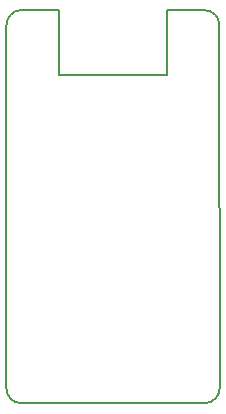
<source format=gm1>
G04 #@! TF.GenerationSoftware,KiCad,Pcbnew,7.0.6*
G04 #@! TF.CreationDate,2023-08-29T11:45:56+03:00*
G04 #@! TF.ProjectId,nrfmicro,6e72666d-6963-4726-9f2e-6b696361645f,rev?*
G04 #@! TF.SameCoordinates,Original*
G04 #@! TF.FileFunction,Profile,NP*
%FSLAX46Y46*%
G04 Gerber Fmt 4.6, Leading zero omitted, Abs format (unit mm)*
G04 Created by KiCad (PCBNEW 7.0.6) date 2023-08-29 11:45:56*
%MOMM*%
%LPD*%
G01*
G04 APERTURE LIST*
G04 #@! TA.AperFunction,Profile*
%ADD10C,0.150000*%
G04 #@! TD*
G04 APERTURE END LIST*
D10*
X36737000Y-19873000D02*
X36749700Y-50619700D01*
X32291533Y-18602775D02*
X35467000Y-18603000D01*
X19973000Y-18603000D02*
X23147533Y-18602775D01*
X18690300Y-50619700D02*
X18703000Y-19873000D01*
X32291533Y-24100000D02*
X32291533Y-18602775D01*
X23147533Y-18602775D02*
X23147533Y-24100000D01*
X35479700Y-51889700D02*
X19960300Y-51889700D01*
X36737000Y-19873000D02*
G75*
G03*
X35467000Y-18603000I-1270000J0D01*
G01*
X19973000Y-18603000D02*
G75*
G03*
X18703000Y-19873000I0J-1270000D01*
G01*
X18690300Y-50619700D02*
G75*
G03*
X19960300Y-51889700I1270000J0D01*
G01*
X35479700Y-51889700D02*
G75*
G03*
X36749700Y-50619700I0J1270000D01*
G01*
X23147533Y-24100000D02*
X32291533Y-24100000D01*
M02*

</source>
